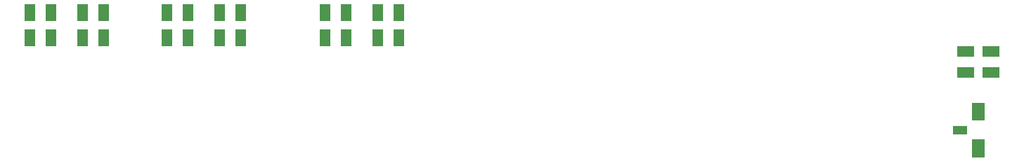
<source format=gbr>
G04 start of page 10 for group -4015 idx -4015 *
G04 Title: (unknown), toppaste *
G04 Creator: pcb 4.2.2 *
G04 CreationDate: Tue May 11 21:17:39 2021 UTC *
G04 For: thomasc *
G04 Format: Gerber/RS-274X *
G04 PCB-Dimensions (mil): 5250.00 1500.00 *
G04 PCB-Coordinate-Origin: lower left *
%MOIN*%
%FSLAX25Y25*%
%LNTOPPASTE*%
%ADD55C,0.0001*%
G54D55*G36*
X202500Y122500D02*X197500D01*
Y114500D01*
X202500D01*
Y122500D01*
G37*
G36*
Y110500D02*X197500D01*
Y102500D01*
X202500D01*
Y110500D01*
G37*
G36*
X127500Y122500D02*X122500D01*
Y114500D01*
X127500D01*
Y122500D01*
G37*
G36*
Y110500D02*X122500D01*
Y102500D01*
X127500D01*
Y110500D01*
G37*
G36*
X52500Y122500D02*X47500D01*
Y114500D01*
X52500D01*
Y122500D01*
G37*
G36*
Y110500D02*X47500D01*
Y102500D01*
X52500D01*
Y110500D01*
G37*
G36*
X227500Y122500D02*X222500D01*
Y114500D01*
X227500D01*
Y122500D01*
G37*
G36*
Y110500D02*X222500D01*
Y102500D01*
X227500D01*
Y110500D01*
G37*
G36*
X152500Y122500D02*X147500D01*
Y114500D01*
X152500D01*
Y122500D01*
G37*
G36*
Y110500D02*X147500D01*
Y102500D01*
X152500D01*
Y110500D01*
G37*
G36*
X77500Y122500D02*X72500D01*
Y114500D01*
X77500D01*
Y122500D01*
G37*
G36*
Y110500D02*X72500D01*
Y102500D01*
X77500D01*
Y110500D01*
G37*
G36*
X62500D02*X57500D01*
Y102500D01*
X62500D01*
Y110500D01*
G37*
G36*
Y122500D02*X57500D01*
Y114500D01*
X62500D01*
Y122500D01*
G37*
G36*
X87500Y110500D02*X82500D01*
Y102500D01*
X87500D01*
Y110500D01*
G37*
G36*
Y122500D02*X82500D01*
Y114500D01*
X87500D01*
Y122500D01*
G37*
G36*
X117500Y110500D02*X112500D01*
Y102500D01*
X117500D01*
Y110500D01*
G37*
G36*
Y122500D02*X112500D01*
Y114500D01*
X117500D01*
Y122500D01*
G37*
G36*
X142500Y110500D02*X137500D01*
Y102500D01*
X142500D01*
Y110500D01*
G37*
G36*
Y122500D02*X137500D01*
Y114500D01*
X142500D01*
Y122500D01*
G37*
G36*
X217500Y110500D02*X212500D01*
Y102500D01*
X217500D01*
Y110500D01*
G37*
G36*
Y122500D02*X212500D01*
Y114500D01*
X217500D01*
Y122500D01*
G37*
G36*
X192500Y110500D02*X187500D01*
Y102500D01*
X192500D01*
Y110500D01*
G37*
G36*
Y122500D02*X187500D01*
Y114500D01*
X192500D01*
Y122500D01*
G37*
G36*
X503000Y75500D02*X497000D01*
Y67000D01*
X503000D01*
Y75500D01*
G37*
G36*
Y58000D02*X497000D01*
Y49500D01*
X503000D01*
Y58000D01*
G37*
G36*
X488000Y64500D02*Y60500D01*
X494500D01*
Y64500D01*
X488000D01*
G37*
G36*
X490000Y102500D02*Y97500D01*
X498000D01*
Y102500D01*
X490000D01*
G37*
G36*
X502000D02*Y97500D01*
X510000D01*
Y102500D01*
X502000D01*
G37*
G36*
X490000Y92500D02*Y87500D01*
X498000D01*
Y92500D01*
X490000D01*
G37*
G36*
X502000D02*Y87500D01*
X510000D01*
Y92500D01*
X502000D01*
G37*
M02*

</source>
